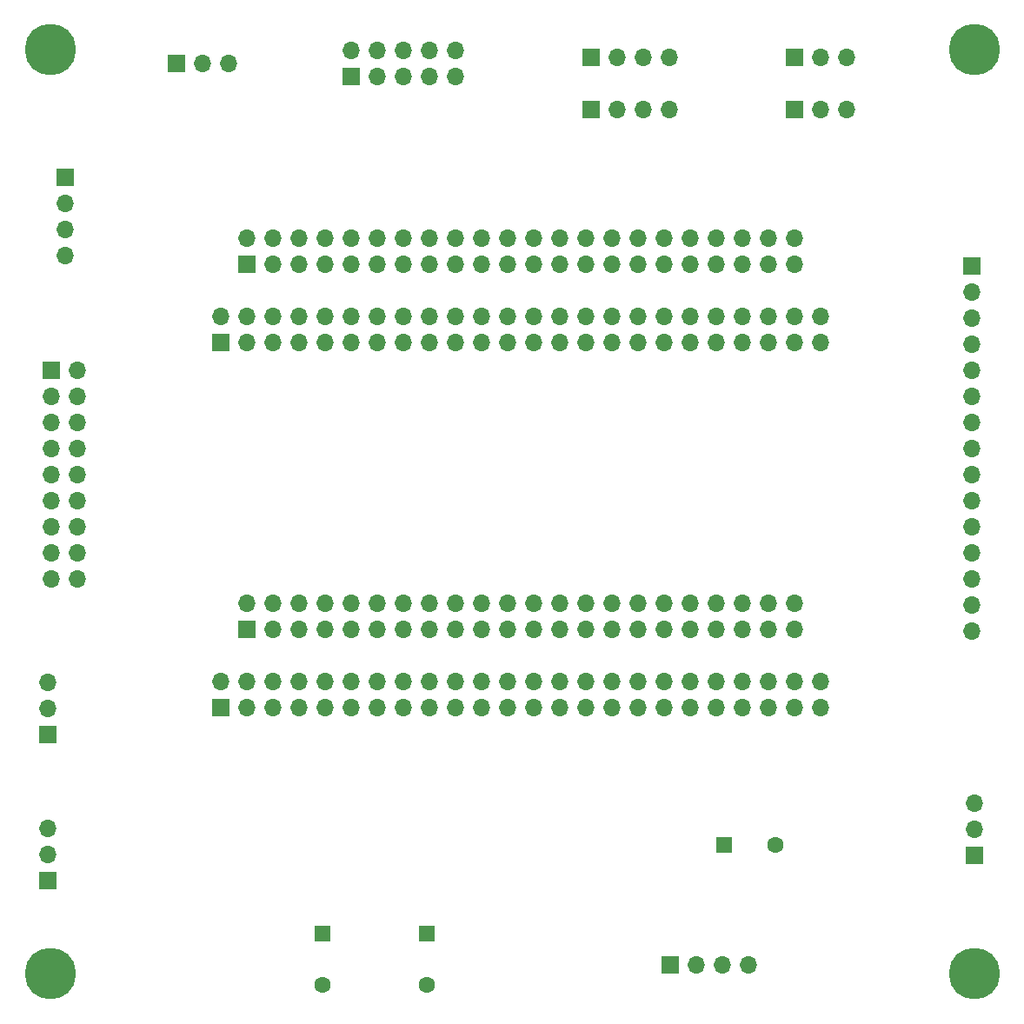
<source format=gbr>
%TF.GenerationSoftware,KiCad,Pcbnew,9.0.0*%
%TF.CreationDate,2025-04-01T14:41:05+08:00*%
%TF.ProjectId,EggClassifier,45676743-6c61-4737-9369-666965722e6b,rev?*%
%TF.SameCoordinates,Original*%
%TF.FileFunction,Soldermask,Bot*%
%TF.FilePolarity,Negative*%
%FSLAX46Y46*%
G04 Gerber Fmt 4.6, Leading zero omitted, Abs format (unit mm)*
G04 Created by KiCad (PCBNEW 9.0.0) date 2025-04-01 14:41:05*
%MOMM*%
%LPD*%
G01*
G04 APERTURE LIST*
%ADD10R,1.700000X1.700000*%
%ADD11O,1.700000X1.700000*%
%ADD12R,1.600000X1.600000*%
%ADD13C,1.600000*%
%ADD14C,5.000000*%
G04 APERTURE END LIST*
D10*
%TO.C,J5*%
X145425000Y-134112000D03*
D11*
X147965000Y-134112000D03*
X150505000Y-134112000D03*
X153045000Y-134112000D03*
%TD*%
D12*
%TO.C,C4*%
X111506000Y-131036000D03*
D13*
X111506000Y-136036000D03*
%TD*%
D10*
%TO.C,J15*%
X157480000Y-50800000D03*
D11*
X160020000Y-50800000D03*
X162560000Y-50800000D03*
%TD*%
D10*
%TO.C,J3*%
X101600000Y-73490000D03*
D11*
X101600000Y-70950000D03*
X104140000Y-73490000D03*
X104140000Y-70950000D03*
X106680000Y-73490000D03*
X106680000Y-70950000D03*
X109220000Y-73490000D03*
X109220000Y-70950000D03*
X111760000Y-73490000D03*
X111760000Y-70950000D03*
X114300000Y-73490000D03*
X114300000Y-70950000D03*
X116840000Y-73490000D03*
X116840000Y-70950000D03*
X119380000Y-73490000D03*
X119380000Y-70950000D03*
X121920000Y-73490000D03*
X121920000Y-70950000D03*
X124460000Y-73490000D03*
X124460000Y-70950000D03*
X127000000Y-73490000D03*
X127000000Y-70950000D03*
X129540000Y-73490000D03*
X129540000Y-70950000D03*
X132080000Y-73490000D03*
X132080000Y-70950000D03*
X134620000Y-73490000D03*
X134620000Y-70950000D03*
X137160000Y-73490000D03*
X137160000Y-70950000D03*
X139700000Y-73490000D03*
X139700000Y-70950000D03*
X142240000Y-73490000D03*
X142240000Y-70950000D03*
X144780000Y-73490000D03*
X144780000Y-70950000D03*
X147320000Y-73490000D03*
X147320000Y-70950000D03*
X149860000Y-73490000D03*
X149860000Y-70950000D03*
X152400000Y-73490000D03*
X152400000Y-70950000D03*
X154940000Y-73490000D03*
X154940000Y-70950000D03*
X157480000Y-73490000D03*
X157480000Y-70950000D03*
X160020000Y-73490000D03*
X160020000Y-70950000D03*
%TD*%
D10*
%TO.C,J11*%
X84785200Y-125882400D03*
D11*
X84785200Y-123342400D03*
X84785200Y-120802400D03*
%TD*%
D14*
%TO.C,H2*%
X85000000Y-135000000D03*
%TD*%
%TO.C,H4*%
X175000000Y-45000000D03*
%TD*%
D10*
%TO.C,J10*%
X137718800Y-45720000D03*
D11*
X140258800Y-45720000D03*
X142798800Y-45720000D03*
X145338800Y-45720000D03*
%TD*%
D10*
%TO.C,J17*%
X174752000Y-66040000D03*
D11*
X174752000Y-68580000D03*
X174752000Y-71120000D03*
X174752000Y-73660000D03*
X174752000Y-76200000D03*
X174752000Y-78740000D03*
X174752000Y-81280000D03*
X174752000Y-83820000D03*
X174752000Y-86360000D03*
X174752000Y-88900000D03*
X174752000Y-91440000D03*
X174752000Y-93980000D03*
X174752000Y-96520000D03*
X174752000Y-99060000D03*
X174752000Y-101600000D03*
%TD*%
D10*
%TO.C,J9*%
X97297000Y-46278800D03*
D11*
X99837000Y-46278800D03*
X102377000Y-46278800D03*
%TD*%
D12*
%TO.C,C3*%
X121666000Y-131036000D03*
D13*
X121666000Y-136036000D03*
%TD*%
D10*
%TO.C,J4*%
X104140000Y-101430000D03*
D11*
X104140000Y-98890000D03*
X106680000Y-101430000D03*
X106680000Y-98890000D03*
X109220000Y-101430000D03*
X109220000Y-98890000D03*
X111760000Y-101430000D03*
X111760000Y-98890000D03*
X114300000Y-101430000D03*
X114300000Y-98890000D03*
X116840000Y-101430000D03*
X116840000Y-98890000D03*
X119380000Y-101430000D03*
X119380000Y-98890000D03*
X121920000Y-101430000D03*
X121920000Y-98890000D03*
X124460000Y-101430000D03*
X124460000Y-98890000D03*
X127000000Y-101430000D03*
X127000000Y-98890000D03*
X129540000Y-101430000D03*
X129540000Y-98890000D03*
X132080000Y-101430000D03*
X132080000Y-98890000D03*
X134620000Y-101430000D03*
X134620000Y-98890000D03*
X137160000Y-101430000D03*
X137160000Y-98890000D03*
X139700000Y-101430000D03*
X139700000Y-98890000D03*
X142240000Y-101430000D03*
X142240000Y-98890000D03*
X144780000Y-101430000D03*
X144780000Y-98890000D03*
X147320000Y-101430000D03*
X147320000Y-98890000D03*
X149860000Y-101430000D03*
X149860000Y-98890000D03*
X152400000Y-101430000D03*
X152400000Y-98890000D03*
X154940000Y-101430000D03*
X154940000Y-98890000D03*
X157480000Y-101430000D03*
X157480000Y-98890000D03*
%TD*%
D14*
%TO.C,H1*%
X85000000Y-45000000D03*
%TD*%
%TO.C,H3*%
X175000000Y-135000000D03*
%TD*%
D10*
%TO.C,J1*%
X101600000Y-109050000D03*
D11*
X101600000Y-106510000D03*
X104140000Y-109050000D03*
X104140000Y-106510000D03*
X106680000Y-109050000D03*
X106680000Y-106510000D03*
X109220000Y-109050000D03*
X109220000Y-106510000D03*
X111760000Y-109050000D03*
X111760000Y-106510000D03*
X114300000Y-109050000D03*
X114300000Y-106510000D03*
X116840000Y-109050000D03*
X116840000Y-106510000D03*
X119380000Y-109050000D03*
X119380000Y-106510000D03*
X121920000Y-109050000D03*
X121920000Y-106510000D03*
X124460000Y-109050000D03*
X124460000Y-106510000D03*
X127000000Y-109050000D03*
X127000000Y-106510000D03*
X129540000Y-109050000D03*
X129540000Y-106510000D03*
X132080000Y-109050000D03*
X132080000Y-106510000D03*
X134620000Y-109050000D03*
X134620000Y-106510000D03*
X137160000Y-109050000D03*
X137160000Y-106510000D03*
X139700000Y-109050000D03*
X139700000Y-106510000D03*
X142240000Y-109050000D03*
X142240000Y-106510000D03*
X144780000Y-109050000D03*
X144780000Y-106510000D03*
X147320000Y-109050000D03*
X147320000Y-106510000D03*
X149860000Y-109050000D03*
X149860000Y-106510000D03*
X152400000Y-109050000D03*
X152400000Y-106510000D03*
X154940000Y-109050000D03*
X154940000Y-106510000D03*
X157480000Y-109050000D03*
X157480000Y-106510000D03*
X160020000Y-109050000D03*
X160020000Y-106510000D03*
%TD*%
D10*
%TO.C,J14*%
X175006000Y-123429000D03*
D11*
X175006000Y-120889000D03*
X175006000Y-118349000D03*
%TD*%
D12*
%TO.C,C1*%
X150622000Y-122400000D03*
D13*
X155622000Y-122400000D03*
%TD*%
D10*
%TO.C,J12*%
X137728800Y-50800000D03*
D11*
X140268800Y-50800000D03*
X142808800Y-50800000D03*
X145348800Y-50800000D03*
%TD*%
D10*
%TO.C,J16*%
X86503000Y-57404000D03*
D11*
X86503000Y-59944000D03*
X86503000Y-62484000D03*
X86503000Y-65024000D03*
%TD*%
D10*
%TO.C,J2*%
X104140000Y-65870000D03*
D11*
X104140000Y-63330000D03*
X106680000Y-65870000D03*
X106680000Y-63330000D03*
X109220000Y-65870000D03*
X109220000Y-63330000D03*
X111760000Y-65870000D03*
X111760000Y-63330000D03*
X114300000Y-65870000D03*
X114300000Y-63330000D03*
X116840000Y-65870000D03*
X116840000Y-63330000D03*
X119380000Y-65870000D03*
X119380000Y-63330000D03*
X121920000Y-65870000D03*
X121920000Y-63330000D03*
X124460000Y-65870000D03*
X124460000Y-63330000D03*
X127000000Y-65870000D03*
X127000000Y-63330000D03*
X129540000Y-65870000D03*
X129540000Y-63330000D03*
X132080000Y-65870000D03*
X132080000Y-63330000D03*
X134620000Y-65870000D03*
X134620000Y-63330000D03*
X137160000Y-65870000D03*
X137160000Y-63330000D03*
X139700000Y-65870000D03*
X139700000Y-63330000D03*
X142240000Y-65870000D03*
X142240000Y-63330000D03*
X144780000Y-65870000D03*
X144780000Y-63330000D03*
X147320000Y-65870000D03*
X147320000Y-63330000D03*
X149860000Y-65870000D03*
X149860000Y-63330000D03*
X152400000Y-65870000D03*
X152400000Y-63330000D03*
X154940000Y-65870000D03*
X154940000Y-63330000D03*
X157480000Y-65870000D03*
X157480000Y-63330000D03*
%TD*%
D10*
%TO.C,J13*%
X157480000Y-45720000D03*
D11*
X160020000Y-45720000D03*
X162560000Y-45720000D03*
%TD*%
D10*
%TO.C,J7*%
X114305000Y-47604600D03*
D11*
X114305000Y-45064600D03*
X116845000Y-47604600D03*
X116845000Y-45064600D03*
X119385000Y-47604600D03*
X119385000Y-45064600D03*
X121925000Y-47604600D03*
X121925000Y-45064600D03*
X124465000Y-47604600D03*
X124465000Y-45064600D03*
%TD*%
D10*
%TO.C,J8*%
X84785200Y-111658400D03*
D11*
X84785200Y-109118400D03*
X84785200Y-106578400D03*
%TD*%
D10*
%TO.C,J6*%
X85110000Y-76210000D03*
D11*
X87650000Y-76210000D03*
X85110000Y-78750000D03*
X87650000Y-78750000D03*
X85110000Y-81290000D03*
X87650000Y-81290000D03*
X85110000Y-83830000D03*
X87650000Y-83830000D03*
X85110000Y-86370000D03*
X87650000Y-86370000D03*
X85110000Y-88910000D03*
X87650000Y-88910000D03*
X85110000Y-91450000D03*
X87650000Y-91450000D03*
X85110000Y-93990000D03*
X87650000Y-93990000D03*
X85110000Y-96530000D03*
X87650000Y-96530000D03*
%TD*%
M02*

</source>
